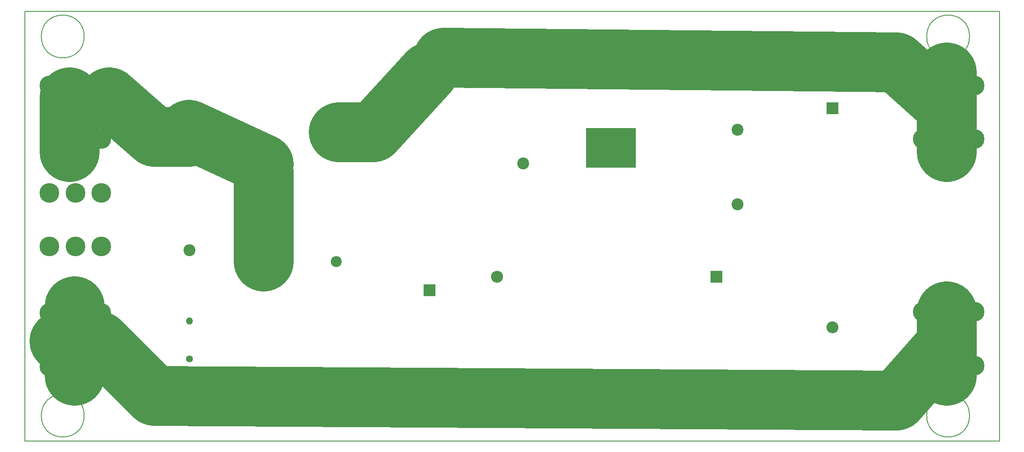
<source format=gbr>
%TF.GenerationSoftware,KiCad,Pcbnew,7.0.7*%
%TF.CreationDate,2023-09-25T12:20:41+02:00*%
%TF.ProjectId,GradientAmplifierFilter_V1,47726164-6965-46e7-9441-6d706c696669,rev?*%
%TF.SameCoordinates,Original*%
%TF.FileFunction,Soldermask,Bot*%
%TF.FilePolarity,Negative*%
%FSLAX46Y46*%
G04 Gerber Fmt 4.6, Leading zero omitted, Abs format (unit mm)*
G04 Created by KiCad (PCBNEW 7.0.7) date 2023-09-25 12:20:41*
%MOMM*%
%LPD*%
G01*
G04 APERTURE LIST*
%ADD10C,12.000000*%
%ADD11C,0.150000*%
%ADD12R,3.200000X8.000000*%
%ADD13C,3.960000*%
%ADD14C,2.200000*%
%ADD15R,10.000000X8.000000*%
%ADD16R,8.000000X8.000000*%
%ADD17R,2.400000X2.400000*%
%ADD18O,2.400000X2.400000*%
%ADD19C,2.400000*%
%ADD20C,1.400000*%
%ADD21O,1.400000X1.400000*%
%TA.AperFunction,Profile*%
%ADD22C,0.150000*%
%TD*%
G04 APERTURE END LIST*
D10*
X-5000000Y-97000000D02*
X-5000000Y-83000000D01*
X-8000000Y-90000000D02*
X0Y-90000000D01*
D11*
X0Y-90000000D02*
X-8000000Y-90000000D01*
D10*
X11000000Y-101000000D02*
X0Y-90000000D01*
X160000000Y-102000000D02*
X11000000Y-101000000D01*
X170000000Y-90500000D02*
X160000000Y-102000000D01*
D11*
X170000000Y-97000000D02*
X170000000Y-90500000D01*
D10*
X170000000Y-84000000D02*
X170000000Y-97000000D01*
X170000000Y-36000000D02*
X170000000Y-43000000D01*
X170000000Y-52000000D02*
X170000000Y-43000000D01*
D11*
X170000000Y-43000000D02*
X170000000Y-52000000D01*
D10*
X160000000Y-34000000D02*
X170000000Y-43000000D01*
X69000000Y-33000000D02*
X160000000Y-34000000D01*
D11*
X66000000Y-36000000D02*
X69000000Y-33000000D01*
D10*
X55000000Y-48000000D02*
X66000000Y-36000000D01*
X48000000Y-48000000D02*
X55000000Y-48000000D01*
X-6000000Y-41000000D02*
X-6000000Y-52000000D01*
D11*
X-6000000Y-35000000D02*
X-6000000Y-41000000D01*
X-6000000Y-41000000D02*
X-6000000Y-35000000D01*
X2000000Y-41000000D02*
X-6000000Y-41000000D01*
D10*
X11000000Y-49000000D02*
X2000000Y-41000000D01*
X18000000Y-49000000D02*
X11000000Y-49000000D01*
X33000000Y-54500000D02*
X18000000Y-47500000D01*
X33000000Y-74000000D02*
X33000000Y-56000000D01*
D12*
%TO.C,U1*%
X32990000Y-56500000D03*
X48790000Y-47500000D03*
%TD*%
D13*
%TO.C,J4*%
X165220000Y-94890000D03*
X165220000Y-84090000D03*
X170430000Y-94890000D03*
X170430000Y-84090000D03*
X175640000Y-94890000D03*
X175640000Y-84090000D03*
%TD*%
D14*
%TO.C,C1*%
X32500000Y-74000000D03*
X47500000Y-74000000D03*
%TD*%
D13*
%TO.C,J1*%
X380000Y-38610000D03*
X380000Y-49410000D03*
X-4830000Y-38610000D03*
X-4830000Y-49410000D03*
X-10040000Y-38610000D03*
X-10040000Y-49410000D03*
%TD*%
D15*
%TO.C,L1*%
X102600000Y-51150000D03*
D16*
X112120000Y-34650000D03*
%TD*%
D17*
%TO.C,R3*%
X147050000Y-43200000D03*
D18*
X147050000Y-87200000D03*
%TD*%
D17*
%TO.C,R1*%
X66240000Y-79780000D03*
D18*
X66240000Y-35780000D03*
%TD*%
D13*
%TO.C,J3*%
X-10040000Y-71000000D03*
X-10040000Y-60200000D03*
X-4830000Y-71000000D03*
X-4830000Y-60200000D03*
X380000Y-71000000D03*
X380000Y-60200000D03*
%TD*%
D17*
%TO.C,R2*%
X123800000Y-77050000D03*
D18*
X79800000Y-77050000D03*
%TD*%
D19*
%TO.C,C4*%
X85000000Y-31750000D03*
X85000000Y-54250000D03*
%TD*%
%TO.C,C2*%
X128000000Y-62500000D03*
X128000000Y-47500000D03*
%TD*%
D13*
%TO.C,J5*%
X165220000Y-49410000D03*
X165220000Y-38610000D03*
X170430000Y-49410000D03*
X170430000Y-38610000D03*
X175640000Y-49410000D03*
X175640000Y-38610000D03*
%TD*%
D19*
%TO.C,C3*%
X18030000Y-49270000D03*
X18030000Y-71770000D03*
%TD*%
D20*
%TO.C,R4*%
X18030000Y-93540000D03*
D21*
X18030000Y-85920000D03*
%TD*%
D13*
%TO.C,J2*%
X380000Y-84330000D03*
X380000Y-95130000D03*
X-4830000Y-84330000D03*
X-4830000Y-95130000D03*
X-10040000Y-84330000D03*
X-10040000Y-95130000D03*
%TD*%
D22*
X-14990000Y-23690000D02*
X180590000Y-23690000D01*
X180590000Y-110050000D01*
X-14990000Y-110050000D01*
X-14990000Y-23690000D01*
X-3070000Y-28770000D02*
G75*
G03*
X-3070000Y-28770000I-4300000J0D01*
G01*
X174600000Y-104970000D02*
G75*
G03*
X174600000Y-104970000I-4300000J0D01*
G01*
X174600000Y-28770000D02*
G75*
G03*
X174600000Y-28770000I-4300000J0D01*
G01*
X-3070000Y-104970000D02*
G75*
G03*
X-3070000Y-104970000I-4300000J0D01*
G01*
M02*

</source>
